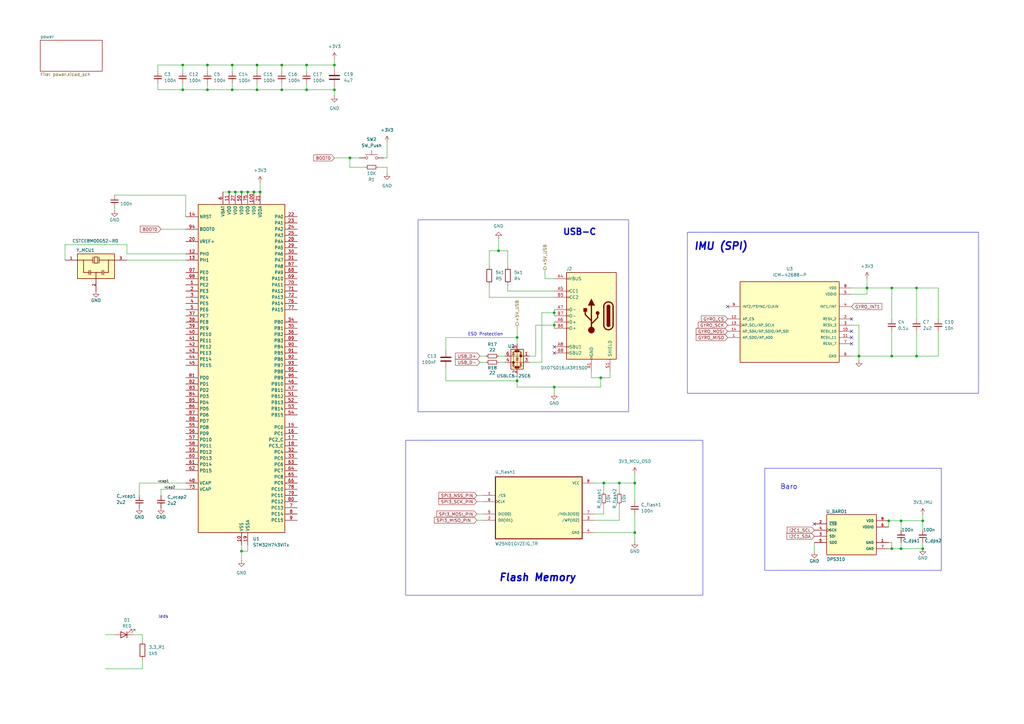
<source format=kicad_sch>
(kicad_sch (version 20250114) (generator "eeschema") (generator_version "9.0")
  (paper "A3")
  (lib_symbols
    (symbol "+3V3_2" (power) (pin_names (offset 0))
      (property "Value" "+3V3" (at 0 3.556 0))
      (symbol "+3V3_2_1_1"
        (pin power_in line (at 0 0 90) (length 0) (hide yes) (name "+3V3") (number "1"))
      )
    )
    (symbol "Connector:USB_C_Receptacle_USB2.0_16P" (pin_names (offset 1.016))
      (property "Reference" "J" (at 0 22.225 0))
      (property "Value" "USB_C_Receptacle_USB2.0_16P" (at 0 19.685 0))
      (symbol "USB_C_Receptacle_USB2.0_16P_1_1"
        (pin passive line (at -7.62 -22.86 90) (length 5.08) (name "SHIELD") (number "S1"))
        (pin passive line (at 0 -22.86 90) (length 5.08) (name "GND") (number "A1"))
        (pin passive line (at 0 -22.86 90) (length 5.08) (hide yes) (name "GND") (number "A12"))
        (pin passive line (at 0 -22.86 90) (length 5.08) (hide yes) (name "GND") (number "B1"))
        (pin passive line (at 0 -22.86 90) (length 5.08) (hide yes) (name "GND") (number "B12"))
        (pin passive line (at 15.24 15.24 180) (length 5.08) (name "VBUS") (number "A4"))
        (pin passive line (at 15.24 15.24 180) (length 5.08) (hide yes) (name "VBUS") (number "A9"))
        (pin passive line (at 15.24 15.24 180) (length 5.08) (hide yes) (name "VBUS") (number "B4"))
        (pin passive line (at 15.24 15.24 180) (length 5.08) (hide yes) (name "VBUS") (number "B9"))
        (pin bidirectional line (at 15.24 10.16 180) (length 5.08) (name "CC1") (number "A5"))
        (pin bidirectional line (at 15.24 7.62 180) (length 5.08) (name "CC2") (number "B5"))
        (pin bidirectional line (at 15.24 2.54 180) (length 5.08) (name "D-") (number "A7"))
        (pin bidirectional line (at 15.24 0 180) (length 5.08) (name "D-") (number "B7"))
        (pin bidirectional line (at 15.24 -2.54 180) (length 5.08) (name "D+") (number "A6"))
        (pin bidirectional line (at 15.24 -5.08 180) (length 5.08) (name "D+") (number "B6"))
        (pin bidirectional line (at 15.24 -12.7 180) (length 5.08) (name "SBU1") (number "A8"))
        (pin bidirectional line (at 15.24 -15.24 180) (length 5.08) (name "SBU2") (number "B8"))
      )
    )
    (symbol "Device:C" (pin_numbers (hide yes)) (pin_names (offset 0.254))
      (property "Reference" "C" (at 0.635 2.54 0))
      (property "Value" "C" (at 0.635 -2.54 0))
      (symbol "C_1_1"
        (pin passive line (at 0 3.81 270) (length 2.794) (name "~") (number "1"))
        (pin passive line (at 0 -3.81 90) (length 2.794) (name "~") (number "2"))
      )
    )
    (symbol "Device:C_Small" (pin_numbers (hide yes)) (pin_names (offset 0.254) (hide yes))
      (property "Reference" "C" (at 0.254 1.778 0))
      (property "Value" "C_Small" (at 0.254 -2.032 0))
      (symbol "C_Small_1_1"
        (pin passive line (at 0 2.54 270) (length 2.032) (name "~") (number "1"))
        (pin passive line (at 0 -2.54 90) (length 2.032) (name "~") (number "2"))
      )
    )
    (symbol "Device:LED" (pin_numbers (hide yes)) (pin_names (offset 1.016) (hide yes))
      (property "Reference" "D" (at 0 2.54 0))
      (property "Value" "LED" (at 0 -2.54 0))
      (symbol "LED_1_1"
        (pin passive line (at -3.81 0 0) (length 2.54) (name "K") (number "1"))
        (pin passive line (at 3.81 0 180) (length 2.54) (name "A") (number "2"))
      )
    )
    (symbol "Device:R" (pin_numbers (hide yes)) (pin_names (offset 0))
      (property "Reference" "R" (at 2.032 0 90))
      (property "Value" "R" (at 0 0 90))
      (symbol "R_1_1"
        (pin passive line (at 0 3.81 270) (length 1.27) (name "~") (number "1"))
        (pin passive line (at 0 -3.81 90) (length 1.27) (name "~") (number "2"))
      )
    )
    (symbol "Device:R_Small" (pin_numbers (hide yes)) (pin_names (offset 0.254) (hide yes))
      (property "Reference" "R" (at 0.762 0.508 0))
      (property "Value" "R_Small" (at 0.762 -1.016 0))
      (symbol "R_Small_1_1"
        (pin passive line (at 0 2.54 270) (length 0.762) (name "~") (number "1"))
        (pin passive line (at 0 -2.54 90) (length 0.762) (name "~") (number "2"))
      )
    )
    (symbol "ICM-42688-P:ICM-42688-P" (pin_names (offset 1.016))
      (property "Reference" "U" (at -20.32 16.002 0))
      (property "Value" "ICM-42688-P" (at -20.32 -20.32 0))
      (symbol "ICM-42688-P_0_0"
        (pin bidirectional line (at -25.4 5.08 0) (length 5.08) (name "INT2/FSYNC/CLKIN") (number "9"))
        (pin input line (at -25.4 0 0) (length 5.08) (name "AP_CS") (number "12"))
        (pin input clock (at -25.4 -2.54 0) (length 5.08) (name "AP_SCL/AP_SCLK") (number "13"))
        (pin bidirectional line (at -25.4 -5.08 0) (length 5.08) (name "AP_SDA/AP_SDIO/AP_SDI") (number "14"))
        (pin bidirectional line (at -25.4 -7.62 0) (length 5.08) (name "AP_SDO/AP_AD0") (number "1"))
        (pin power_in line (at 25.4 12.7 180) (length 5.08) (name "VDD") (number "8"))
        (pin power_in line (at 25.4 10.16 180) (length 5.08) (name "VDDIO") (number "5"))
        (pin output line (at 25.4 5.08 180) (length 5.08) (name "INT1/INT") (number "4"))
        (pin passive line (at 25.4 0 180) (length 5.08) (name "RESV_2") (number "2"))
        (pin passive line (at 25.4 -2.54 180) (length 5.08) (name "RESV_3") (number "3"))
        (pin passive line (at 25.4 -5.08 180) (length 5.08) (name "RESV_10") (number "10"))
        (pin passive line (at 25.4 -7.62 180) (length 5.08) (name "RESV_11") (number "11"))
        (pin passive line (at 25.4 -10.16 180) (length 5.08) (name "RESV_7") (number "7"))
        (pin power_in line (at 25.4 -15.24 180) (length 5.08) (name "GND") (number "6"))
      )
    )
    (symbol "MCU_ST_STM32H7:STM32H743VITx"
      (property "Reference" "U" (at -17.78 69.85 0))
      (property "Value" "STM32H743VITx" (at 10.16 69.85 0))
      (symbol "STM32H743VITx_1_1"
        (pin input line (at -22.86 63.5 0) (length 5.08) (name "NRST") (number "14"))
        (pin input line (at -22.86 58.42 0) (length 5.08) (name "BOOT0") (number "94"))
        (pin input line (at -22.86 53.34 0) (length 5.08) (name "VREF+") (number "20"))
        (pin bidirectional line (at -22.86 48.26 0) (length 5.08) (name "PH0") (number "12"))
        (pin bidirectional line (at -22.86 45.72 0) (length 5.08) (name "PH1") (number "13"))
        (pin bidirectional line (at -22.86 40.64 0) (length 5.08) (name "PE0") (number "97"))
        (pin bidirectional line (at -22.86 38.1 0) (length 5.08) (name "PE1") (number "98"))
        (pin bidirectional line (at -22.86 35.56 0) (length 5.08) (name "PE2") (number "1"))
        (pin bidirectional line (at -22.86 33.02 0) (length 5.08) (name "PE3") (number "2"))
        (pin bidirectional line (at -22.86 30.48 0) (length 5.08) (name "PE4") (number "3"))
        (pin bidirectional line (at -22.86 27.94 0) (length 5.08) (name "PE5") (number "4"))
        (pin bidirectional line (at -22.86 25.4 0) (length 5.08) (name "PE6") (number "5"))
        (pin bidirectional line (at -22.86 22.86 0) (length 5.08) (name "PE7") (number "37"))
        (pin bidirectional line (at -22.86 20.32 0) (length 5.08) (name "PE8") (number "38"))
        (pin bidirectional line (at -22.86 17.78 0) (length 5.08) (name "PE9") (number "39"))
        (pin bidirectional line (at -22.86 15.24 0) (length 5.08) (name "PE10") (number "40"))
        (pin bidirectional line (at -22.86 12.7 0) (length 5.08) (name "PE11") (number "41"))
        (pin bidirectional line (at -22.86 10.16 0) (length 5.08) (name "PE12") (number "42"))
        (pin bidirectional line (at -22.86 7.62 0) (length 5.08) (name "PE13") (number "43"))
        (pin bidirectional line (at -22.86 5.08 0) (length 5.08) (name "PE14") (number "44"))
        (pin bidirectional line (at -22.86 2.54 0) (length 5.08) (name "PE15") (number "45"))
        (pin bidirectional line (at -22.86 -2.54 0) (length 5.08) (name "PD0") (number "81"))
        (pin bidirectional line (at -22.86 -5.08 0) (length 5.08) (name "PD1") (number "82"))
        (pin bidirectional line (at -22.86 -7.62 0) (length 5.08) (name "PD2") (number "83"))
        (pin bidirectional line (at -22.86 -10.16 0) (length 5.08) (name "PD3") (number "84"))
        (pin bidirectional line (at -22.86 -12.7 0) (length 5.08) (name "PD4") (number "85"))
        (pin bidirectional line (at -22.86 -15.24 0) (length 5.08) (name "PD5") (number "86"))
        (pin bidirectional line (at -22.86 -17.78 0) (length 5.08) (name "PD6") (number "87"))
        (pin bidirectional line (at -22.86 -20.32 0) (length 5.08) (name "PD7") (number "88"))
        (pin bidirectional line (at -22.86 -22.86 0) (length 5.08) (name "PD8") (number "55"))
        (pin bidirectional line (at -22.86 -25.4 0) (length 5.08) (name "PD9") (number "56"))
        (pin bidirectional line (at -22.86 -27.94 0) (length 5.08) (name "PD10") (number "57"))
        (pin bidirectional line (at -22.86 -30.48 0) (length 5.08) (name "PD11") (number "58"))
        (pin bidirectional line (at -22.86 -33.02 0) (length 5.08) (name "PD12") (number "59"))
        (pin bidirectional line (at -22.86 -35.56 0) (length 5.08) (name "PD13") (number "60"))
        (pin bidirectional line (at -22.86 -38.1 0) (length 5.08) (name "PD14") (number "61"))
        (pin bidirectional line (at -22.86 -40.64 0) (length 5.08) (name "PD15") (number "62"))
        (pin power_out line (at -22.86 -45.72 0) (length 5.08) (name "VCAP") (number "48"))
        (pin power_out line (at -22.86 -48.26 0) (length 5.08) (name "VCAP") (number "73"))
        (pin power_in line (at -7.62 73.66 270) (length 5.08) (name "VBAT") (number "6"))
        (pin power_in line (at -5.08 73.66 270) (length 5.08) (name "VDD") (number "11"))
        (pin power_in line (at -2.54 73.66 270) (length 5.08) (name "VDD") (number "27"))
        (pin power_in line (at 0 73.66 270) (length 5.08) (name "VDD") (number "50"))
        (pin power_in line (at 0 -71.12 90) (length 5.08) (name "VSS") (number "10"))
        (pin passive line (at 0 -71.12 90) (length 5.08) (hide yes) (name "VSS") (number "26"))
        (pin passive line (at 0 -71.12 90) (length 5.08) (hide yes) (name "VSS") (number "49"))
        (pin passive line (at 0 -71.12 90) (length 5.08) (hide yes) (name "VSS") (number "74"))
        (pin passive line (at 0 -71.12 90) (length 5.08) (hide yes) (name "VSS") (number "99"))
        (pin power_in line (at 2.54 73.66 270) (length 5.08) (name "VDD") (number "75"))
        (pin power_in line (at 2.54 -71.12 90) (length 5.08) (name "VSSA") (number "19"))
        (pin power_in line (at 5.08 73.66 270) (length 5.08) (name "VDD") (number "100"))
        (pin power_in line (at 7.62 73.66 270) (length 5.08) (name "VDDA") (number "21"))
        (pin bidirectional line (at 22.86 63.5 180) (length 5.08) (name "PA0") (number "22"))
        (pin bidirectional line (at 22.86 60.96 180) (length 5.08) (name "PA1") (number "23"))
        (pin bidirectional line (at 22.86 58.42 180) (length 5.08) (name "PA2") (number "24"))
        (pin bidirectional line (at 22.86 55.88 180) (length 5.08) (name "PA3") (number "25"))
        (pin bidirectional line (at 22.86 53.34 180) (length 5.08) (name "PA4") (number "28"))
        (pin bidirectional line (at 22.86 50.8 180) (length 5.08) (name "PA5") (number "29"))
        (pin bidirectional line (at 22.86 48.26 180) (length 5.08) (name "PA6") (number "30"))
        (pin bidirectional line (at 22.86 45.72 180) (length 5.08) (name "PA7") (number "31"))
        (pin bidirectional line (at 22.86 43.18 180) (length 5.08) (name "PA8") (number "67"))
        (pin bidirectional line (at 22.86 40.64 180) (length 5.08) (name "PA9") (number "68"))
        (pin bidirectional line (at 22.86 38.1 180) (length 5.08) (name "PA10") (number "69"))
        (pin bidirectional line (at 22.86 35.56 180) (length 5.08) (name "PA11") (number "70"))
        (pin bidirectional line (at 22.86 33.02 180) (length 5.08) (name "PA12") (number "71"))
        (pin bidirectional line (at 22.86 30.48 180) (length 5.08) (name "PA13") (number "72"))
        (pin bidirectional line (at 22.86 27.94 180) (length 5.08) (name "PA14") (number "76"))
        (pin bidirectional line (at 22.86 25.4 180) (length 5.08) (name "PA15") (number "77"))
        (pin bidirectional line (at 22.86 20.32 180) (length 5.08) (name "PB0") (number "34"))
        (pin bidirectional line (at 22.86 17.78 180) (length 5.08) (name "PB1") (number "35"))
        (pin bidirectional line (at 22.86 15.24 180) (length 5.08) (name "PB2") (number "36"))
        (pin bidirectional line (at 22.86 12.7 180) (length 5.08) (name "PB3") (number "89"))
        (pin bidirectional line (at 22.86 10.16 180) (length 5.08) (name "PB4") (number "90"))
        (pin bidirectional line (at 22.86 7.62 180) (length 5.08) (name "PB5") (number "91"))
        (pin bidirectional line (at 22.86 5.08 180) (length 5.08) (name "PB6") (number "92"))
        (pin bidirectional line (at 22.86 2.54 180) (length 5.08) (name "PB7") (number "93"))
        (pin bidirectional line (at 22.86 0 180) (length 5.08) (name "PB8") (number "95"))
        (pin bidirectional line (at 22.86 -2.54 180) (length 5.08) (name "PB9") (number "96"))
        (pin bidirectional line (at 22.86 -5.08 180) (length 5.08) (name "PB10") (number "46"))
        (pin bidirectional line (at 22.86 -7.62 180) (length 5.08) (name "PB11") (number "47"))
        (pin bidirectional line (at 22.86 -10.16 180) (length 5.08) (name "PB12") (number "51"))
        (pin bidirectional line (at 22.86 -12.7 180) (length 5.08) (name "PB13") (number "52"))
        (pin bidirectional line (at 22.86 -15.24 180) (length 5.08) (name "PB14") (number "53"))
        (pin bidirectional line (at 22.86 -17.78 180) (length 5.08) (name "PB15") (number "54"))
        (pin bidirectional line (at 22.86 -22.86 180) (length 5.08) (name "PC0") (number "15"))
        (pin bidirectional line (at 22.86 -25.4 180) (length 5.08) (name "PC1") (number "16"))
        (pin bidirectional line (at 22.86 -27.94 180) (length 5.08) (name "PC2_C") (number "17"))
        (pin bidirectional line (at 22.86 -30.48 180) (length 5.08) (name "PC3_C") (number "18"))
        (pin bidirectional line (at 22.86 -33.02 180) (length 5.08) (name "PC4") (number "32"))
        (pin bidirectional line (at 22.86 -35.56 180) (length 5.08) (name "PC5") (number "33"))
        (pin bidirectional line (at 22.86 -38.1 180) (length 5.08) (name "PC6") (number "63"))
        (pin bidirectional line (at 22.86 -40.64 180) (length 5.08) (name "PC7") (number "64"))
        (pin bidirectional line (at 22.86 -43.18 180) (length 5.08) (name "PC8") (number "65"))
        (pin bidirectional line (at 22.86 -45.72 180) (length 5.08) (name "PC9") (number "66"))
        (pin bidirectional line (at 22.86 -48.26 180) (length 5.08) (name "PC10") (number "78"))
        (pin bidirectional line (at 22.86 -50.8 180) (length 5.08) (name "PC11") (number "79"))
        (pin bidirectional line (at 22.86 -53.34 180) (length 5.08) (name "PC12") (number "80"))
        (pin bidirectional line (at 22.86 -55.88 180) (length 5.08) (name "PC13") (number "7"))
        (pin bidirectional line (at 22.86 -58.42 180) (length 5.08) (name "PC14") (number "8"))
        (pin bidirectional line (at 22.86 -60.96 180) (length 5.08) (name "PC15") (number "9"))
      )
    )
    (symbol "Power_Protection:USBLC6-2SC6" (pin_names (hide yes))
      (property "Reference" "U" (at 0.635 5.715 0))
      (property "Value" "USBLC6-2SC6" (at 0.635 3.81 0))
      (symbol "USBLC6-2SC6_1_1"
        (pin passive line (at -5.08 0 0) (length 2.54) (name "I/O1") (number "1"))
        (pin passive line (at -5.08 -2.54 0) (length 2.54) (name "I/O2") (number "3"))
        (pin passive line (at 0 5.08 270) (length 2.54) (name "VBUS") (number "5"))
        (pin passive line (at 0 -7.62 90) (length 2.54) (name "GND") (number "2"))
        (pin passive line (at 5.08 0 180) (length 2.54) (name "I/O1") (number "6"))
        (pin passive line (at 5.08 -2.54 180) (length 2.54) (name "I/O2") (number "4"))
      )
    )
    (symbol "Switch:SW_Push" (pin_numbers (hide yes)) (pin_names (offset 1.016) (hide yes))
      (property "Reference" "SW" (at 1.27 2.54 0))
      (property "Value" "SW_Push" (at 0 -1.524 0))
      (symbol "SW_Push_0_1"
        (pin passive line (at -5.08 0 0) (length 2.54) (name "1") (number "1"))
        (pin passive line (at 5.08 0 180) (length 2.54) (name "2") (number "2"))
      )
    )
    (symbol "custom_Library:3V3_MCU" (power) (pin_numbers (hide yes)) (pin_names (offset 0) (hide yes))
      (property "Value" "3V3_MCU" (at 0 3.556 0))
      (symbol "3V3_MCU_1_1"
        (pin power_in line (at 0 0 90) (length 0) (name "~") (number "1"))
      )
    )
    (symbol "custom_Library:3V3_SENS" (power) (pin_numbers (hide yes)) (pin_names (offset 0) (hide yes))
      (property "Value" "3V3_SENS" (at 0 3.556 0))
      (symbol "3V3_SENS_1_1"
        (pin power_in line (at 0 0 90) (length 0) (name "~") (number "1"))
      )
    )
    (symbol "custom_Library:CSTCE8M00G52-R0" (pin_names (offset 1.016) (hide yes))
      (property "Reference" "Y" (at -7.62 6.35 0))
      (property "Value" "CSTCE8M00G52-R0" (at 1.27 -6.35 0))
      (symbol "CSTCE8M00G52-R0_0_0"
        (pin bidirectional line (at -12.7 2.54 0) (length 5.08) (name "~") (number "1"))
        (pin power_in line (at 0 -10.16 90) (length 5.08) (name "~") (number "2"))
        (pin bidirectional line (at 12.7 2.54 180) (length 5.08) (name "~") (number "3"))
      )
    )
    (symbol "custom_Library:DPS310" (pin_names (offset 1.016))
      (property "Reference" "U" (at -10.16 13.97 0))
      (property "Value" "DPS310" (at -6.35 13.97 0))
      (symbol "DPS310_0_0"
        (pin input line (at -15.24 8.89 0) (length 5.08) (name "~{CSB}") (number "2"))
        (pin input clock (at -15.24 6.35 0) (length 5.08) (name "SCK") (number "4"))
        (pin bidirectional line (at -15.24 3.81 0) (length 5.08) (name "SDI") (number "3"))
        (pin passive line (at -15.24 1.27 0) (length 5.08) (name "SDO") (number "5"))
        (pin power_in line (at 15.24 10.16 180) (length 5.08) (name "VDD") (number "8"))
        (pin power_in line (at 15.24 7.62 180) (length 5.08) (name "VDDIO") (number "6"))
        (pin power_in line (at 15.24 1.27 180) (length 5.08) (name "GND") (number "1"))
        (pin power_in line (at 15.24 -1.27 180) (length 5.08) (name "GND") (number "7"))
      )
    )
    (symbol "custom_Library:W25N01GVZEIG_TR" (pin_names (offset 1.016))
      (property "Reference" "U" (at -17.78 13.7 0))
      (property "Value" "W25N01GVZEIG_TR" (at -17.78 -16.7 0))
      (symbol "W25N01GVZEIG_TR_0_0"
        (pin input line (at -22.86 5.08 0) (length 5.08) (name "/CS") (number "1"))
        (pin input clock (at -22.86 2.54 0) (length 5.08) (name "CLK") (number "6"))
        (pin bidirectional line (at -22.86 -2.54 0) (length 5.08) (name "DI(IO0)") (number "5"))
        (pin bidirectional line (at -22.86 -5.08 0) (length 5.08) (name "DO(IO1)") (number "2"))
        (pin power_in line (at 22.86 10.16 180) (length 5.08) (name "VCC") (number "8"))
        (pin bidirectional line (at 22.86 -2.54 180) (length 5.08) (name "/HOLD(IO3)") (number "7"))
        (pin bidirectional line (at 22.86 -5.08 180) (length 5.08) (name "/WP(IO2)") (number "3"))
        (pin power_in line (at 22.86 -10.16 180) (length 5.08) (name "GND") (number "4"))
      )
    )
    (symbol "power:+3.3V" (power) (pin_names (offset 0))
      (property "Value" "+3.3V" (at 0 3.556 0))
      (symbol "+3.3V_1_1"
        (pin power_in line (at 0 0 90) (length 0) (hide yes) (name "+3V3") (number "1"))
      )
    )
    (symbol "power:+3V3" (power) (pin_numbers (hide yes)) (pin_names (offset 0) (hide yes))
      (property "Value" "+3V3" (at 0 3.556 0))
      (symbol "+3V3_1_1"
        (pin power_in line (at 0 0 90) (length 0) (name "~") (number "1"))
      )
    )
    (symbol "power:GND" (power) (pin_numbers (hide yes)) (pin_names (offset 0) (hide yes))
      (property "Value" "GND" (at 0 -3.81 0))
      (symbol "GND_1_1"
        (pin power_in line (at 0 0 270) (length 0) (name "~") (number "1"))
      )
    )
  )
  (rectangle (start 313.69 192.024) (end 386.08 233.934))
  (rectangle (start 281.94 95.25) (end 401.32 161.29))
  (rectangle (start 166.37 180.594) (end 288.29 244.094))
  (rectangle (start 171.45 90.17) (end 257.81 168.91))
  (text "Baro" (at 320.04 200.914 0) (effects (font (size 2 2) (thickness 0.2) (bold yes)) (justify left bottom)))
  (text "leds\n" (at 67.056 252.984 0) (effects (font (size 1.27 1.27))))
  (text "ESD Protection" (at 199.136 137.16 0) (effects (font (size 1.27 1.27))))
  (text "Flash Memory\n" (at 204.47 238.76 0) (effects (font (size 3 3) (bold yes) (italic yes)) (justify left bottom)))
  (text "USB-C" (at 237.744 95.25 0) (effects (font (size 2.54 2.54) (thickness 0.508) (bold yes))))
  (text "IMU (SPI)" (at 284.48 102.87 0) (effects (font (size 3 3) (bold yes) (italic yes)) (justify left bottom)))
  (junction (at 247.65 198.12))
  (junction (at 99.06 78.74))
  (junction (at 369.57 225.044))
  (junction (at 101.6 78.74))
  (junction (at 227.33 158.75))
  (junction (at 137.16 36.83))
  (junction (at 105.41 26.67))
  (junction (at 99.06 226.06))
  (junction (at 115.57 26.67))
  (junction (at 85.09 26.67))
  (junction (at 369.57 213.614))
  (junction (at 106.68 78.74))
  (junction (at 74.93 26.67))
  (junction (at 125.73 26.67))
  (junction (at 378.46 225.044))
  (junction (at 365.76 118.11))
  (junction (at 260.35 198.12))
  (junction (at 254 198.12))
  (junction (at 365.76 225.044))
  (junction (at 352.298 146.05))
  (junction (at 378.46 213.614))
  (junction (at 104.14 78.74))
  (junction (at 375.92 118.11))
  (junction (at 93.98 78.74))
  (junction (at 74.93 36.83))
  (junction (at 204.47 102.87))
  (junction (at 105.41 36.83))
  (junction (at 227.33 133.35))
  (junction (at 364.49 213.614))
  (junction (at 96.52 78.74))
  (junction (at 95.25 36.83))
  (junction (at 212.09 138.43))
  (junction (at 85.09 36.83))
  (junction (at 125.73 36.83))
  (junction (at 95.25 26.67))
  (junction (at 143.51 64.77))
  (junction (at 260.35 218.44))
  (junction (at 355.6 118.11))
  (junction (at 115.57 36.83))
  (junction (at 246.38 154.94))
  (junction (at 137.16 26.67))
  (junction (at 212.09 156.21))
  (junction (at 365.76 146.05))
  (junction (at 375.92 146.05))
  (junction (at 227.33 128.27))
  (no_connect (at 349.25 135.89))
  (no_connect (at 334.01 214.884))
  (no_connect (at 227.33 142.24))
  (no_connect (at 298.45 125.73))
  (no_connect (at 349.25 140.97))
  (no_connect (at 349.25 138.43))
  (no_connect (at 349.25 130.81))
  (no_connect (at 227.33 144.78))
  (wire (pts (xy 375.92 118.11) (xy 375.92 130.81)))
  (wire (pts (xy 66.04 93.98) (xy 76.2 93.98)))
  (wire (pts (xy 99.06 78.74) (xy 101.6 78.74)))
  (wire (pts (xy 196.85 148.59) (xy 199.39 148.59)))
  (wire (pts (xy 99.06 223.52) (xy 99.06 226.06)))
  (wire (pts (xy 76.2 80.01) (xy 76.2 88.9)))
  (wire (pts (xy 195.58 205.74) (xy 198.12 205.74)))
  (wire (pts (xy 254 213.36) (xy 243.84 213.36)))
  (wire (pts (xy 115.57 34.29) (xy 115.57 36.83)))
  (wire (pts (xy 369.57 213.614) (xy 378.46 213.614)))
  (wire (pts (xy 52.07 100.33) (xy 26.67 100.33)))
  (wire (pts (xy 212.09 156.21) (xy 212.09 158.75)))
  (wire (pts (xy 95.25 26.67) (xy 85.09 26.67)))
  (wire (pts (xy 365.76 146.05) (xy 375.92 146.05)))
  (wire (pts (xy 365.76 118.11) (xy 375.92 118.11)))
  (wire (pts (xy 349.25 133.35) (xy 352.298 133.35)))
  (wire (pts (xy 384.81 130.81) (xy 384.81 118.11)))
  (wire (pts (xy 182.88 156.21) (xy 212.09 156.21)))
  (wire (pts (xy 365.76 135.89) (xy 365.76 146.05)))
  (wire (pts (xy 76.2 104.14) (xy 52.07 104.14)))
  (wire (pts (xy 260.35 198.12) (xy 260.35 205.74)))
  (wire (pts (xy 369.57 222.504) (xy 369.57 225.044)))
  (wire (pts (xy 260.35 194.31) (xy 260.35 198.12)))
  (wire (pts (xy 125.73 36.83) (xy 137.16 36.83)))
  (wire (pts (xy 93.98 78.74) (xy 96.52 78.74)))
  (wire (pts (xy 105.41 36.83) (xy 95.25 36.83)))
  (wire (pts (xy 99.06 226.06) (xy 99.06 229.87)))
  (wire (pts (xy 158.75 58.42) (xy 158.75 64.77)))
  (wire (pts (xy 46.99 80.01) (xy 76.2 80.01)))
  (wire (pts (xy 378.46 213.614) (xy 378.46 217.424)))
  (wire (pts (xy 369.57 225.044) (xy 378.46 225.044)))
  (wire (pts (xy 101.6 223.52) (xy 101.6 226.06)))
  (wire (pts (xy 247.65 210.82) (xy 243.84 210.82)))
  (wire (pts (xy 125.73 26.67) (xy 125.73 29.21)))
  (wire (pts (xy 204.47 97.79) (xy 204.47 102.87)))
  (wire (pts (xy 66.04 200.66) (xy 66.04 203.2)))
  (wire (pts (xy 204.47 148.59) (xy 207.01 148.59)))
  (wire (pts (xy 74.93 26.67) (xy 74.93 29.21)))
  (wire (pts (xy 227.33 158.75) (xy 227.33 161.29)))
  (wire (pts (xy 364.49 225.044) (xy 365.76 225.044)))
  (wire (pts (xy 52.07 104.14) (xy 52.07 100.33)))
  (wire (pts (xy 195.58 210.82) (xy 198.12 210.82)))
  (wire (pts (xy 246.38 158.75) (xy 227.33 158.75)))
  (wire (pts (xy 85.09 34.29) (xy 85.09 36.83)))
  (wire (pts (xy 352.298 146.05) (xy 365.76 146.05)))
  (wire (pts (xy 143.51 68.58) (xy 143.51 64.77)))
  (wire (pts (xy 223.52 110.49) (xy 223.52 114.3)))
  (wire (pts (xy 334.01 222.504) (xy 334.01 226.314)))
  (wire (pts (xy 227.33 158.75) (xy 212.09 158.75)))
  (wire (pts (xy 254 207.01) (xy 254 213.36)))
  (wire (pts (xy 355.6 118.11) (xy 355.6 114.3)))
  (wire (pts (xy 104.14 78.74) (xy 106.68 78.74)))
  (wire (pts (xy 208.28 116.84) (xy 208.28 119.38)))
  (wire (pts (xy 364.49 213.614) (xy 369.57 213.614)))
  (wire (pts (xy 349.25 118.11) (xy 355.6 118.11)))
  (wire (pts (xy 227.33 133.35) (xy 227.33 134.62)))
  (wire (pts (xy 375.92 135.89) (xy 375.92 146.05)))
  (wire (pts (xy 247.65 207.01) (xy 247.65 210.82)))
  (wire (pts (xy 105.41 34.29) (xy 105.41 36.83)))
  (wire (pts (xy 137.16 27.94) (xy 137.16 26.67)))
  (wire (pts (xy 227.33 114.3) (xy 223.52 114.3)))
  (wire (pts (xy 115.57 26.67) (xy 125.73 26.67)))
  (wire (pts (xy 137.16 36.83) (xy 137.16 39.37)))
  (wire (pts (xy 254 198.12) (xy 254 201.93)))
  (wire (pts (xy 157.48 64.77) (xy 158.75 64.77)))
  (wire (pts (xy 219.71 133.35) (xy 227.33 133.35)))
  (wire (pts (xy 355.6 120.65) (xy 355.6 118.11)))
  (wire (pts (xy 58.42 274.32) (xy 43.18 274.32)))
  (wire (pts (xy 115.57 26.67) (xy 115.57 29.21)))
  (wire (pts (xy 250.19 152.4) (xy 250.19 154.94)))
  (wire (pts (xy 158.75 68.58) (xy 158.75 71.12)))
  (wire (pts (xy 200.66 121.92) (xy 200.66 116.84)))
  (wire (pts (xy 26.67 100.33) (xy 26.67 106.68)))
  (wire (pts (xy 200.66 102.87) (xy 204.47 102.87)))
  (wire (pts (xy 149.86 68.58) (xy 143.51 68.58)))
  (wire (pts (xy 137.16 64.77) (xy 143.51 64.77)))
  (wire (pts (xy 219.71 146.05) (xy 217.17 146.05)))
  (wire (pts (xy 349.25 120.65) (xy 355.6 120.65)))
  (wire (pts (xy 349.25 146.05) (xy 352.298 146.05)))
  (wire (pts (xy 57.15 198.12) (xy 57.15 203.2)))
  (wire (pts (xy 74.93 26.67) (xy 85.09 26.67)))
  (wire (pts (xy 195.58 203.2) (xy 198.12 203.2)))
  (wire (pts (xy 243.84 218.44) (xy 260.35 218.44)))
  (wire (pts (xy 96.52 78.74) (xy 99.06 78.74)))
  (wire (pts (xy 137.16 26.67) (xy 125.73 26.67)))
  (wire (pts (xy 227.33 127) (xy 227.33 128.27)))
  (wire (pts (xy 227.33 121.92) (xy 200.66 121.92)))
  (wire (pts (xy 378.46 222.504) (xy 378.46 225.044)))
  (wire (pts (xy 182.88 138.43) (xy 212.09 138.43)))
  (wire (pts (xy 195.58 213.36) (xy 198.12 213.36)))
  (wire (pts (xy 227.33 119.38) (xy 208.28 119.38)))
  (wire (pts (xy 212.09 138.43) (xy 212.09 140.97)))
  (wire (pts (xy 85.09 26.67) (xy 85.09 29.21)))
  (wire (pts (xy 212.09 153.67) (xy 212.09 156.21)))
  (wire (pts (xy 57.15 198.12) (xy 76.2 198.12)))
  (wire (pts (xy 105.41 26.67) (xy 115.57 26.67)))
  (wire (pts (xy 208.28 109.22) (xy 208.28 102.87)))
  (wire (pts (xy 154.94 68.58) (xy 158.75 68.58)))
  (wire (pts (xy 222.25 128.27) (xy 227.33 128.27)))
  (wire (pts (xy 219.71 146.05) (xy 219.71 133.35)))
  (wire (pts (xy 58.42 270.51) (xy 58.42 274.32)))
  (wire (pts (xy 137.16 24.13) (xy 137.16 26.67)))
  (wire (pts (xy 137.16 35.56) (xy 137.16 36.83)))
  (wire (pts (xy 95.25 26.67) (xy 95.25 29.21)))
  (wire (pts (xy 115.57 36.83) (xy 105.41 36.83)))
  (wire (pts (xy 352.298 133.35) (xy 352.298 146.05)))
  (wire (pts (xy 95.25 34.29) (xy 95.25 36.83)))
  (wire (pts (xy 85.09 36.83) (xy 95.25 36.83)))
  (wire (pts (xy 365.76 225.044) (xy 369.57 225.044)))
  (wire (pts (xy 182.88 138.43) (xy 182.88 143.51)))
  (wire (pts (xy 208.28 102.87) (xy 204.47 102.87)))
  (wire (pts (xy 74.93 34.29) (xy 74.93 36.83)))
  (wire (pts (xy 365.76 118.11) (xy 365.76 130.81)))
  (wire (pts (xy 143.51 64.77) (xy 147.32 64.77)))
  (wire (pts (xy 64.77 36.83) (xy 74.93 36.83)))
  (wire (pts (xy 200.66 109.22) (xy 200.66 102.87)))
  (wire (pts (xy 101.6 78.74) (xy 104.14 78.74)))
  (wire (pts (xy 246.38 154.94) (xy 246.38 158.75)))
  (wire (pts (xy 106.68 74.93) (xy 106.68 78.74)))
  (wire (pts (xy 260.35 222.25) (xy 260.35 218.44)))
  (wire (pts (xy 64.77 26.67) (xy 74.93 26.67)))
  (wire (pts (xy 222.25 148.59) (xy 222.25 128.27)))
  (wire (pts (xy 355.6 118.11) (xy 365.76 118.11)))
  (wire (pts (xy 54.61 260.35) (xy 58.42 260.35)))
  (wire (pts (xy 217.17 148.59) (xy 222.25 148.59)))
  (wire (pts (xy 384.81 146.05) (xy 375.92 146.05)))
  (wire (pts (xy 260.35 210.82) (xy 260.35 218.44)))
  (wire (pts (xy 125.73 34.29) (xy 125.73 36.83)))
  (wire (pts (xy 384.81 118.11) (xy 375.92 118.11)))
  (wire (pts (xy 125.73 36.83) (xy 115.57 36.83)))
  (wire (pts (xy 64.77 26.67) (xy 64.77 29.21)))
  (wire (pts (xy 227.33 132.08) (xy 227.33 133.35)))
  (wire (pts (xy 227.33 128.27) (xy 227.33 129.54)))
  (wire (pts (xy 64.77 34.29) (xy 64.77 36.83)))
  (wire (pts (xy 250.19 154.94) (xy 246.38 154.94)))
  (wire (pts (xy 212.09 133.35) (xy 212.09 138.43)))
  (wire (pts (xy 46.99 86.36) (xy 46.99 85.09)))
  (wire (pts (xy 43.18 260.35) (xy 46.99 260.35)))
  (wire (pts (xy 352.298 146.05) (xy 352.298 147.828)))
  (wire (pts (xy 182.88 151.13) (xy 182.88 156.21)))
  (wire (pts (xy 105.41 26.67) (xy 105.41 29.21)))
  (wire (pts (xy 101.6 226.06) (xy 99.06 226.06)))
  (wire (pts (xy 66.04 200.66) (xy 76.2 200.66)))
  (wire (pts (xy 364.49 222.504) (xy 365.76 222.504)))
  (wire (pts (xy 242.57 154.94) (xy 242.57 152.4)))
  (wire (pts (xy 365.76 222.504) (xy 365.76 225.044)))
  (wire (pts (xy 74.93 36.83) (xy 85.09 36.83)))
  (wire (pts (xy 247.65 198.12) (xy 247.65 201.93)))
  (wire (pts (xy 105.41 26.67) (xy 95.25 26.67)))
  (wire (pts (xy 196.85 146.05) (xy 199.39 146.05)))
  (wire (pts (xy 254 198.12) (xy 260.35 198.12)))
  (wire (pts (xy 58.42 260.35) (xy 58.42 262.89)))
  (wire (pts (xy 246.38 154.94) (xy 242.57 154.94)))
  (wire (pts (xy 247.65 198.12) (xy 254 198.12)))
  (wire (pts (xy 369.57 213.614) (xy 369.57 217.424)))
  (wire (pts (xy 378.46 213.614) (xy 378.46 211.074)))
  (wire (pts (xy 364.49 213.614) (xy 364.49 216.154)))
  (wire (pts (xy 91.44 78.74) (xy 93.98 78.74)))
  (wire (pts (xy 243.84 198.12) (xy 247.65 198.12)))
  (wire (pts (xy 204.47 146.05) (xy 207.01 146.05)))
  (wire (pts (xy 384.81 135.89) (xy 384.81 146.05)))
  (wire (pts (xy 52.07 106.68) (xy 76.2 106.68)))
  (label "vcap1" (at 64.77 198.12 0) (effects (font (size 1 1))))
  (label "vcap2" (at 67.31 200.66 0) (effects (font (size 1 1))))
  (global_label "SPI3_MISO_PIN " (shape input) (at 195.58 213.36 180) (property "Intersheetrefs" "${INTERSHEET_REFS}" (effects (hide yes))))
  (global_label "USB_D-" (shape input) (at 196.85 148.59 180) (property "Intersheetrefs" "${INTERSHEET_REFS}" (effects (hide yes))))
  (global_label "GYRO_INT1" (shape input) (at 349.25 125.73 0) (property "Intersheetrefs" "${INTERSHEET_REFS}" (effects (hide yes))))
  (global_label "GYRO_CS" (shape input) (at 298.45 130.81 180) (property "Intersheetrefs" "${INTERSHEET_REFS}" (effects (hide yes))))
  (global_label "GYRO_SCK" (shape input) (at 298.45 133.35 180) (property "Intersheetrefs" "${INTERSHEET_REFS}" (effects (hide yes))))
  (global_label "BOOT0" (shape input) (at 137.16 64.77 180) (property "Intersheetrefs" "${INTERSHEET_REFS}" (effects (hide yes))))
  (global_label "BOOT0" (shape input) (at 66.04 93.98 180) (property "Intersheetrefs" "${INTERSHEET_REFS}" (effects (hide yes))))
  (global_label "SPI3_SCK_PIN" (shape input) (at 195.58 205.74 180) (property "Intersheetrefs" "${INTERSHEET_REFS}" (effects (hide yes))))
  (global_label "USB_D+" (shape input) (at 196.85 146.05 180) (property "Intersheetrefs" "${INTERSHEET_REFS}" (effects (hide yes))))
  (global_label "I2C1_SCL" (shape input) (at 334.01 217.424 180) (property "Intersheetrefs" "${INTERSHEET_REFS}" (effects (hide yes))))
  (global_label "SPI3_NSS_PIN" (shape input) (at 195.58 203.2 180) (property "Intersheetrefs" "${INTERSHEET_REFS}" (effects (hide yes))))
  (global_label "GYRO_MOSI" (shape input) (at 298.45 135.89 180) (property "Intersheetrefs" "${INTERSHEET_REFS}" (effects (hide yes))))
  (global_label "SPI3_MOSI_PIN" (shape input) (at 195.58 210.82 180) (property "Intersheetrefs" "${INTERSHEET_REFS}" (effects (hide yes))))
  (global_label "I2C1_SDA" (shape input) (at 334.01 219.964 180) (property "Intersheetrefs" "${INTERSHEET_REFS}" (effects (hide yes))))
  (global_label "GYRO_MISO" (shape input) (at 298.45 138.43 180) (property "Intersheetrefs" "${INTERSHEET_REFS}" (effects (hide yes))))
  (hierarchical_label "+5V_USB" (shape output) (at 223.52 110.49 90))
  (hierarchical_label "+5V_USB" (shape output) (at 212.09 133.35 90))
  (symbol (lib_id "power:GND") (at 227.33 161.29 0) (mirror y) (unit 1)
    (property "Reference" "#PWR02" (effects (hide yes)))
    (property "Value" "GND" (at 227.33 165.354 0))
    (property "Description" "Power symbol creates a global label with name \"GND\" , ground" (effects (hide yes)))
  )
  (symbol (lib_id "custom_Library:3V3_MCU") (at 260.35 194.31 0) (unit 1)
    (property "Reference" "#PWR050" (effects (hide yes)))
    (property "Value" "3V3_MCU_OSD" (at 260.35 189.23 0))
    (property "Description" "Power symbol creates a global label with name \"3V3_MCU\"" (effects (hide yes)))
  )
  (symbol (lib_name "+3V3_2") (lib_id "power:+3V3") (at 158.75 58.42 0) (unit 1)
    (property "Reference" "#PWR024" (effects (hide yes)))
    (property "Value" "+3V3" (at 158.75 53.34 0))
    (property "Description" "Power symbol creates a global label with name \"+3V3\"" (effects (hide yes)))
  )
  (symbol (lib_id "custom_Library:DPS310") (at 349.25 223.774 0) (unit 1)
    (property "Reference" "U_BARO1" (at 343.154 209.804 0))
    (property "Value" "DPS310" (at 342.9 229.362 0))
    (property "Footprint" "XDCR_DPS310" (effects (hide yes)))
    (property "Description" "Supply voltage range 1.7V to 3.6V | Operation range 300hPa 1200hPa | Sensors precision 0.005hPa | Relative accuracy 0.06hPa | Pressure temperature sensitivity of 0.5Pa/K | Temperature accuracy 0.5C" (effects (hide yes)))
    (property "AVAILABILITY" "Unavailable" (effects (hide yes)))
    (property "PRICE" "None" (effects (hide yes)))
    (property "MF" "Infineon" (effects (hide yes)))
    (property "MP" "DPS310XTSA1" (effects (hide yes)))
    (property "PACKAGE" "LGA-8 Infineon" (effects (hide yes)))
    (property "# Footprint checked" "-" (effects (hide yes)))
    (property "# Value checked" "-" (effects (hide yes)))
    (property "#LCSC Check" "-" (effects (hide yes)))
    (property "#LCSC Part" "-" (effects (hide yes)))
    (property "Price" "-" (effects (hide yes)))
  )
  (symbol (lib_id "power:GND") (at 204.47 97.79 0) (mirror x) (unit 1)
    (property "Reference" "#PWR01" (effects (hide yes)))
    (property "Value" "GND" (at 204.47 92.71 0))
    (property "Description" "Power symbol creates a global label with name \"GND\" , ground" (effects (hide yes)))
  )
  (symbol (lib_id "Device:C_Small") (at 369.57 219.964 0) (mirror x) (unit 1)
    (property "Reference" "C_dps1" (at 370.332 221.742 0) (effects (justify left)))
    (property "Value" "100n" (at 369.697 217.297 0) (effects (justify left)))
    (property "Footprint" "Capacitor_SMD:C_0402_1005Metric" (effects (hide yes)))
    (property "Description" "Unpolarized capacitor, small symbol" (effects (hide yes)))
    (property "Arrow Part Number" "xx" (effects (hide yes)))
    (property "MANUFACTURER" "0" (effects (hide yes)))
    (property "# Footprint checked" "-" (effects (hide yes)))
    (property "# Value checked" "-" (effects (hide yes)))
    (property "#LCSC Check" "-" (effects (hide yes)))
    (property "#LCSC Part" "C1525" (effects (hide yes)))
    (property "Price" "-" (effects (hide yes)))
  )
  (symbol (lib_id "power:GND") (at 352.298 147.828 0) (unit 1)
    (property "Reference" "#PWR04" (effects (hide yes)))
    (property "Value" "GND" (effects (hide yes)))
  )
  (symbol (lib_id "Device:R_Small") (at 254 204.47 0) (unit 1)
    (property "Reference" "R_flash2" (at 252.095 204.47 90))
    (property "Value" "10k" (at 255.905 204.47 90))
    (property "Footprint" "Resistor_SMD:R_0402_1005Metric" (effects (hide yes)))
    (property "Description" "Resistor, small symbol" (effects (hide yes)))
    (property "Arrow Part Number" "xx" (effects (hide yes)))
    (property "MANUFACTURER" "0" (effects (hide yes)))
    (property "# Footprint checked" "-" (effects (hide yes)))
    (property "# Value checked" "-" (effects (hide yes)))
    (property "#LCSC Check" "-" (effects (hide yes)))
    (property "#LCSC Part" "C25744" (effects (hide yes)))
    (property "Price" "-" (effects (hide yes)))
  )
  (symbol (lib_id "power:GND") (at 378.46 225.044 0) (unit 1)
    (property "Reference" "#PWR040" (effects (hide yes)))
    (property "Value" "GND" (at 378.46 228.854 0))
    (property "Description" "Power symbol creates a global label with name \"GND\" , ground" (effects (hide yes)))
  )
  (symbol (lib_id "power:GND") (at 158.75 71.12 0) (unit 1)
    (property "Reference" "#PWR025" (effects (hide yes)))
    (property "Value" "GND" (at 158.75 76.2 0))
    (property "Description" "Power symbol creates a global label with name \"GND\" , ground" (effects (hide yes)))
  )
  (symbol (lib_id "Device:C_Small") (at 57.15 205.74 0) (unit 1)
    (property "Reference" "C_vcap1" (at 47.752 203.454 0) (effects (justify left)))
    (property "Value" "2u2" (at 47.752 205.994 0) (effects (justify left)))
    (property "Footprint" "Capacitor_SMD:C_0603_1608Metric" (effects (hide yes)))
    (property "Description" "Unpolarized capacitor, small symbol" (effects (hide yes)))
    (property "Arrow Part Number" "xx" (effects (hide yes)))
    (property "MANUFACTURER" "0" (effects (hide yes)))
    (property "# Footprint checked" "-" (effects (hide yes)))
    (property "# Value checked" "-" (effects (hide yes)))
    (property "#LCSC Check" "-" (effects (hide yes)))
    (property "#LCSC Part" "C23630" (effects (hide yes)))
    (property "Price" "-" (effects (hide yes)))
  )
  (symbol (lib_id "Device:C_Small") (at 125.73 31.75 0) (unit 1)
    (property "Reference" "C17" (at 128.27 30.4863 0) (effects (justify left)))
    (property "Value" "100n" (at 128.27 33.0263 0) (effects (justify left)))
    (property "Footprint" "Capacitor_SMD:C_0402_1005Metric" (effects (hide yes)))
    (property "JLCPCB Part #" "C307331" (effects (hide yes)))
  )
  (symbol (lib_id "MCU_ST_STM32H7:STM32H743VITx") (at 99.06 152.4 0) (unit 1)
    (property "Reference" "U1" (at 103.7433 220.98 0) (effects (justify left)))
    (property "Value" "STM32H743VITx" (at 103.7433 223.52 0) (effects (justify left)))
    (property "Footprint" "Package_QFP:LQFP-100_14x14mm_P0.5mm" (effects (hide yes)))
    (property "Datasheet" "https://www.st.com/resource/en/datasheet/stm32h743vi.pdf" (effects (hide yes)))
    (property "Description" "STMicroelectronics Arm Cortex-M7 MCU, 2048KB flash, 1024KB RAM, 480 MHz, 1.71-3.6V, 82 GPIO, LQFP100" (effects (hide yes)))
  )
  (symbol (lib_id "Device:C_Small") (at 365.76 133.35 0) (unit 1)
    (property "Reference" "C4" (at 368.3 132.0862 0) (effects (justify left)))
    (property "Value" "0.1u" (at 368.3 134.6262 0) (effects (justify left)))
    (property "Footprint" "Capacitor_SMD:C_0402_1005Metric" (effects (hide yes)))
  )
  (symbol (lib_id "Device:R_Small") (at 152.4 68.58 90) (mirror x) (unit 1)
    (property "Reference" "R1" (at 152.4 73.66 90))
    (property "Value" "10K" (at 152.4 71.12 90))
    (property "Footprint" "Resistor_SMD:R_0402_1005Metric" (effects (hide yes)))
    (property "Description" "Resistor, small symbol" (effects (hide yes)))
    (property "JLCPCB Part #" "C25744" (effects (hide yes)))
  )
  (symbol (lib_id "power:+3V3") (at 106.68 74.93 0) (unit 1)
    (property "Reference" "#PWR028" (effects (hide yes)))
    (property "Value" "+3V3" (at 106.68 69.85 0))
    (property "Description" "Power symbol creates a global label with name \"+3V3\"" (effects (hide yes)))
  )
  (symbol (lib_id "Device:C_Small") (at 95.25 31.75 0) (unit 1)
    (property "Reference" "C14" (at 97.79 30.4863 0) (effects (justify left)))
    (property "Value" "100n" (at 97.79 33.0263 0) (effects (justify left)))
    (property "Footprint" "Capacitor_SMD:C_0402_1005Metric" (effects (hide yes)))
    (property "JLCPCB Part #" "C307331" (effects (hide yes)))
  )
  (symbol (lib_id "Device:R_Small") (at 247.65 204.47 0) (unit 1)
    (property "Reference" "R_flash1" (at 245.745 204.47 90))
    (property "Value" "10k" (at 249.555 204.47 90))
    (property "Footprint" "Resistor_SMD:R_0402_1005Metric" (effects (hide yes)))
    (property "Description" "Resistor, small symbol" (effects (hide yes)))
    (property "Arrow Part Number" "xx" (effects (hide yes)))
    (property "MANUFACTURER" "0" (effects (hide yes)))
    (property "# Footprint checked" "-" (effects (hide yes)))
    (property "# Value checked" "-" (effects (hide yes)))
    (property "#LCSC Check" "-" (effects (hide yes)))
    (property "#LCSC Part" "C25744" (effects (hide yes)))
    (property "Price" "-" (effects (hide yes)))
  )
  (symbol (lib_id "power:GND") (at 57.15 208.28 0) (unit 1)
    (property "Reference" "#PWR016" (effects (hide yes)))
    (property "Value" "GND" (at 57.15 212.09 0))
    (property "Description" "Power symbol creates a global label with name \"GND\" , ground" (effects (hide yes)))
  )
  (symbol (lib_id "Device:R") (at 58.42 266.7 0) (unit 1)
    (property "Reference" "3.3_R1" (at 60.96 265.4299 0) (effects (justify left)))
    (property "Value" "1k5" (at 60.96 267.9699 0) (effects (justify left)))
    (property "Footprint" "Resistor_SMD:R_0402_1005Metric" (effects (hide yes)))
    (property "Description" "Resistor" (effects (hide yes)))
  )
  (symbol (lib_id "power:GND") (at 260.35 222.25 0) (unit 1)
    (property "Reference" "#PWR049" (effects (hide yes)))
    (property "Value" "GND" (at 260.35 226.06 0))
    (property "Description" "Power symbol creates a global label with name \"GND\" , ground" (effects (hide yes)))
  )
  (symbol (lib_id "Device:C_Small") (at 378.46 219.964 0) (mirror x) (unit 1)
    (property "Reference" "C_dps2" (at 379.222 221.742 0) (effects (justify left)))
    (property "Value" "100n" (at 378.587 217.297 0) (effects (justify left)))
    (property "Footprint" "Capacitor_SMD:C_0402_1005Metric" (effects (hide yes)))
    (property "Description" "Unpolarized capacitor, small symbol" (effects (hide yes)))
    (property "Arrow Part Number" "xx" (effects (hide yes)))
    (property "MANUFACTURER" "0" (effects (hide yes)))
    (property "# Footprint checked" "-" (effects (hide yes)))
    (property "# Value checked" "-" (effects (hide yes)))
    (property "#LCSC Check" "-" (effects (hide yes)))
    (property "#LCSC Part" "C1525" (effects (hide yes)))
    (property "Price" "-" (effects (hide yes)))
  )
  (symbol (lib_id "Device:R_Small") (at 201.93 146.05 90) (mirror x) (unit 1)
    (property "Reference" "R17" (at 201.93 141.224 90))
    (property "Value" "22" (at 201.93 143.51 90))
    (property "Footprint" "Resistor_SMD:R_0402_1005Metric" (effects (hide yes)))
    (property "Description" "Resistor, small symbol" (effects (hide yes)))
    (property "Arrow Part Number" "xx" (effects (hide yes)))
    (property "MANUFACTURER" "0" (effects (hide yes)))
    (property "# Footprint checked" "-" (effects (hide yes)))
    (property "# Value checked" "-" (effects (hide yes)))
    (property "#LCSC Check" "-" (effects (hide yes)))
    (property "#LCSC Part" "C25092" (effects (hide yes)))
    (property "Price" "-" (effects (hide yes)))
  )
  (symbol (lib_id "Device:R") (at 208.28 113.03 0) (mirror x) (unit 1)
    (property "Reference" "R4" (at 210.82 114.3001 0) (effects (justify left)))
    (property "Value" "5k1" (at 210.82 111.7601 0) (effects (justify left)))
    (property "Footprint" "Connector_PinHeader_1.27mm:PinHeader_2x05_P1.27mm_Horizontal" (effects (hide yes)))
    (property "Description" "Resistor" (effects (hide yes)))
  )
  (symbol (lib_id "Device:C_Small") (at 66.04 205.74 0) (unit 1)
    (property "Reference" "C_vcap2" (at 68.58 203.835 0) (effects (justify left)))
    (property "Value" "2u2" (at 68.58 206.375 0) (effects (justify left)))
    (property "Footprint" "Capacitor_SMD:C_0603_1608Metric" (effects (hide yes)))
    (property "Description" "Unpolarized capacitor, small symbol" (effects (hide yes)))
    (property "Arrow Part Number" "xx" (effects (hide yes)))
    (property "MANUFACTURER" "0" (effects (hide yes)))
    (property "# Footprint checked" "-" (effects (hide yes)))
    (property "# Value checked" "-" (effects (hide yes)))
    (property "#LCSC Check" "-" (effects (hide yes)))
    (property "#LCSC Part" "C23630" (effects (hide yes)))
    (property "Price" "-" (effects (hide yes)))
  )
  (symbol (lib_id "Device:C_Small") (at 46.99 82.55 0) (unit 1)
    (property "Reference" "C_RESET1" (effects (hide yes)))
    (property "Value" "100n" (at 49.276 83.566 0) (effects (justify left)))
    (property "Footprint" "Capacitor_SMD:C_0402_1005Metric" (effects (hide yes)))
    (property "Description" "Unpolarized capacitor, small symbol" (effects (hide yes)))
    (property "Arrow Part Number" "xx" (effects (hide yes)))
    (property "MANUFACTURER" "0" (effects (hide yes)))
    (property "# Footprint checked" "-" (effects (hide yes)))
    (property "# Value checked" "-" (effects (hide yes)))
    (property "#LCSC Check" "-" (effects (hide yes)))
    (property "#LCSC Part" "C1525" (effects (hide yes)))
    (property "Price" "-" (effects (hide yes)))
  )
  (symbol (lib_id "Device:C_Small") (at 85.09 31.75 0) (unit 1)
    (property "Reference" "C5" (at 87.63 30.4863 0) (effects (justify left)))
    (property "Value" "100n" (at 87.63 33.0263 0) (effects (justify left)))
    (property "Footprint" "Capacitor_SMD:C_0402_1005Metric" (effects (hide yes)))
    (property "JLCPCB Part #" "C307331" (effects (hide yes)))
  )
  (symbol (lib_id "power:GND") (at 39.37 119.38 0) (unit 1)
    (property "Reference" "#PWR026" (effects (hide yes)))
    (property "Value" "GND" (at 39.37 123.19 0))
    (property "Description" "Power symbol creates a global label with name \"GND\" , ground" (effects (hide yes)))
  )
  (symbol (lib_id "Device:R_Small") (at 201.93 148.59 90) (mirror x) (unit 1)
    (property "Reference" "R18" (at 201.93 150.876 90))
    (property "Value" "22" (at 201.93 152.908 90))
    (property "Footprint" "Resistor_SMD:R_0402_1005Metric" (effects (hide yes)))
    (property "Description" "Resistor, small symbol" (effects (hide yes)))
    (property "Arrow Part Number" "xx" (effects (hide yes)))
    (property "MANUFACTURER" "0" (effects (hide yes)))
    (property "# Footprint checked" "-" (effects (hide yes)))
    (property "# Value checked" "-" (effects (hide yes)))
    (property "#LCSC Check" "-" (effects (hide yes)))
    (property "#LCSC Part" "C25092" (effects (hide yes)))
    (property "Price" "-" (effects (hide yes)))
  )
  (symbol (lib_id "Connector:USB_C_Receptacle_USB2.0_16P") (at 242.57 129.54 0) (mirror y) (unit 1)
    (property "Reference" "J2" (at 233.426 110.236 0))
    (property "Value" "DX07S016JA3R1500" (at 231.394 150.876 0))
    (property "Footprint" "Connector_USB:USB_C_Receptacle_JAE_DX07S016JA1R1500_Custom" (effects (hide yes)))
    (property "Datasheet" "https://www.usb.org/sites/default/files/documents/usb_type-c.zip" (effects (hide yes)))
    (property "Description" "USB 2.0-only 16P Type-C Receptacle connector" (effects (hide yes)))
  )
  (symbol (lib_id "Device:LED") (at 50.8 260.35 180) (unit 1)
    (property "Reference" "D1" (at 52.07 254.254 0))
    (property "Value" "RED" (at 52.07 256.794 0))
    (property "Footprint" "LED_SMD:LED_0603_1608Metric" (effects (hide yes)))
    (property "Description" "Light emitting diode" (effects (hide yes)))
  )
  (symbol (lib_id "power:GND") (at 66.04 208.28 0) (unit 1)
    (property "Reference" "#PWR017" (effects (hide yes)))
    (property "Value" "GND" (at 66.04 212.09 0))
    (property "Description" "Power symbol creates a global label with name \"GND\" , ground" (effects (hide yes)))
  )
  (symbol (lib_id "Device:C") (at 137.16 31.75 0) (unit 1)
    (property "Reference" "C19" (at 140.97 30.48 0) (effects (justify left)))
    (property "Value" "4u7" (at 140.97 33.02 0) (effects (justify left)))
    (property "Footprint" "Capacitor_SMD:C_0603_1608Metric" (effects (hide yes)))
    (property "JLCPCB Part #" "C19666" (effects (hide yes)))
  )
  (symbol (lib_id "custom_Library:W25N01GVZEIG_TR") (at 220.98 208.28 0) (unit 1)
    (property "Reference" "U_flash1" (at 207.264 193.548 0))
    (property "Value" "W25N01GVZEIG_TR" (at 211.836 223.012 0))
    (property "Footprint" "W25N01GVZEIG_TR:SON127P800X600X80-9N" (effects (hide yes)))
    (property "Description" "Ic Flash 1gbit 104mhz 8wson" (effects (hide yes)))
    (property "MF" "Winbond Electronics" (effects (hide yes)))
    (property "PACKAGE" "WSON-8 Winbond" (effects (hide yes)))
    (property "PRICE" "None" (effects (hide yes)))
    (property "Package" "WSON-8 Winbond" (effects (hide yes)))
    (property "Check_prices" "https://www.snapeda.com/parts/W25N01GVZEIG%20TR/Winbond+Electronics/view-part/?ref=eda" (effects (hide yes)))
    (property "STANDARD" "IPC7351B" (effects (hide yes)))
    (property "SnapEDA_Link" "https://www.snapeda.com/parts/W25N01GVZEIG%20TR/Winbond+Electronics/view-part/?ref=snap" (effects (hide yes)))
    (property "MP" "W25N01GVZEIG TR" (effects (hide yes)))
    (property "Purchase-URL" "https://www.snapeda.com/api/url_track_click_mouser/?unipart_id=1101444&manufacturer=Winbond Electronics&part_name=W25N01GVZEIG TR&search_term=w25n01gvzeig" (effects (hide yes)))
    (property "Description_1" "\nFLASH - NAND Memory IC 1Gb (128M x 8) SPI 104 MHz 8-WSON (8x6)\n" (effects (hide yes)))
    (property "Availability" "In Stock" (effects (hide yes)))
    (property "Price" "None" (effects (hide yes)))
    (property "MANUFACTURER" "Winbond Electronics" (effects (hide yes)))
    (property "# Footprint checked" "-" (effects (hide yes)))
    (property "# Value checked" "-" (effects (hide yes)))
    (property "#LCSC Check" "-" (effects (hide yes)))
    (property "#LCSC Part" "-" (effects (hide yes)))
  )
  (symbol (lib_id "custom_Library:3V3_SENS") (at 378.46 211.074 0) (unit 1)
    (property "Reference" "#PWR034" (effects (hide yes)))
    (property "Value" "3V3_IMU" (at 378.46 205.994 0))
    (property "Description" "Power symbol creates a global label with name \"3V3_SENS" (effects (hide yes)))
  )
  (symbol (lib_id "Device:C_Small") (at 115.57 31.75 0) (unit 1)
    (property "Reference" "C16" (at 118.11 30.4863 0) (effects (justify left)))
    (property "Value" "100n" (at 118.11 33.0263 0) (effects (justify left)))
    (property "Footprint" "Capacitor_SMD:C_0402_1005Metric" (effects (hide yes)))
    (property "JLCPCB Part #" "C307331" (effects (hide yes)))
  )
  (symbol (lib_id "power:GND") (at 334.01 226.314 0) (unit 1)
    (property "Reference" "#PWR033" (effects (hide yes)))
    (property "Value" "GND" (at 334.01 230.124 0))
    (property "Description" "Power symbol creates a global label with name \"GND\" , ground" (effects (hide yes)))
  )
  (symbol (lib_id "Device:C_Small") (at 64.77 31.75 0) (unit 1)
    (property "Reference" "C3" (at 67.31 30.4863 0) (effects (justify left)))
    (property "Value" "100n" (at 67.31 33.0263 0) (effects (justify left)))
    (property "Footprint" "Capacitor_SMD:C_0402_1005Metric" (effects (hide yes)))
    (property "JLCPCB Part #" "C307331" (effects (hide yes)))
  )
  (symbol (lib_id "ICM-42688-P:ICM-42688-P") (at 323.85 130.81 0) (unit 1)
    (property "Reference" "U3" (at 323.85 110.236 0))
    (property "Value" "ICM-42688-P" (at 323.85 112.776 0))
    (property "Footprint" "ICM-42688-P:ICP-42688-P" (effects (hide yes)))
    (property "PARTREV" "1.2" (effects (hide yes)))
    (property "STANDARD" "IPC-7351B" (effects (hide yes)))
    (property "MAXIMUM_PACKAGE_HEIGHT" "0.97mm" (effects (hide yes)))
    (property "MANUFACTURER" "TDK InvenSense" (effects (hide yes)))
  )
  (symbol (lib_id "Device:C_Small") (at 375.92 133.35 0) (unit 1)
    (property "Reference" "C7" (at 378.46 132.0862 0) (effects (justify left)))
    (property "Value" "2u2" (at 378.46 134.6262 0) (effects (justify left)))
    (property "Footprint" "Capacitor_SMD:C_0603_1608Metric" (effects (hide yes)))
  )
  (symbol (lib_id "Device:C_Small") (at 260.35 208.28 0) (unit 1)
    (property "Reference" "C_flash1" (at 262.89 207.01 0) (effects (justify left)))
    (property "Value" "100n" (at 262.89 209.55 0) (effects (justify left)))
    (property "Footprint" "Capacitor_SMD:C_0402_1005Metric" (effects (hide yes)))
    (property "Description" "Unpolarized capacitor, small symbol" (effects (hide yes)))
    (property "Arrow Part Number" "xx" (effects (hide yes)))
    (property "MANUFACTURER" "0" (effects (hide yes)))
    (property "# Footprint checked" "-" (effects (hide yes)))
    (property "# Value checked" "-" (effects (hide yes)))
    (property "#LCSC Check" "-" (effects (hide yes)))
    (property "#LCSC Part" "C1525" (effects (hide yes)))
    (property "Price" "-" (effects (hide yes)))
  )
  (symbol (lib_id "Device:C_Small") (at 105.41 31.75 0) (unit 1)
    (property "Reference" "C15" (at 107.95 30.4863 0) (effects (justify left)))
    (property "Value" "100n" (at 107.95 33.0263 0) (effects (justify left)))
    (property "Footprint" "Capacitor_SMD:C_0402_1005Metric" (effects (hide yes)))
    (property "JLCPCB Part #" "C307331" (effects (hide yes)))
  )
  (symbol (lib_id "custom_Library:CSTCE8M00G52-R0") (at 39.37 109.22 0) (unit 1)
    (property "Reference" "Y_MCU1" (at 35.052 102.616 0))
    (property "Value" "CSTCE8M00G52-R0" (at 39.116 98.806 0))
    (property "Footprint" "OSC_CSTCE8M00G52-R0" (effects (hide yes)))
    (property "MANUFACTURER" "Murata" (effects (hide yes)))
    (property "MAXIMUM_PACKAGE_HEIGHT" "0.80mm" (effects (hide yes)))
    (property "STANDARD" "Manufacturer Recommendations" (effects (hide yes)))
    (property "PARTREV" "May 7, 2019" (effects (hide yes)))
    (property "# Footprint checked" "-" (effects (hide yes)))
    (property "# Value checked" "-" (effects (hide yes)))
    (property "#LCSC Check" "-" (effects (hide yes)))
    (property "#LCSC Part" "-" (effects (hide yes)))
    (property "Price" "-" (effects (hide yes)))
  )
  (symbol (lib_id "power:GND") (at 137.16 39.37 0) (unit 1)
    (property "Reference" "#PWR021" (effects (hide yes)))
    (property "Value" "GND" (at 137.16 44.45 0))
  )
  (symbol (lib_id "power:GND") (at 99.06 229.87 0) (unit 1)
    (property "Reference" "#PWR027" (effects (hide yes)))
    (property "Value" "GND" (at 99.06 234.95 0))
    (property "Description" "Power symbol creates a global label with name \"GND\" , ground" (effects (hide yes)))
  )
  (symbol (lib_id "Device:C") (at 182.88 147.32 0) (mirror y) (unit 1)
    (property "Reference" "C13" (at 179.07 146.0499 0) (effects (justify left)))
    (property "Value" "100nF" (at 179.07 148.5899 0) (effects (justify left)))
    (property "Description" "Unpolarized capacitor" (effects (hide yes)))
  )
  (symbol (lib_id "Device:R") (at 200.66 113.03 0) (mirror x) (unit 1)
    (property "Reference" "R5" (at 203.2 114.3001 0) (effects (justify left)))
    (property "Value" "5k1" (at 203.2 111.7601 0) (effects (justify left)))
    (property "Footprint" "Connector_PinHeader_1.27mm:PinHeader_2x05_P1.27mm_Horizontal" (effects (hide yes)))
    (property "Description" "Resistor" (effects (hide yes)))
  )
  (symbol (lib_id "Device:C_Small") (at 74.93 31.75 0) (unit 1)
    (property "Reference" "C12" (at 77.47 30.4863 0) (effects (justify left)))
    (property "Value" "100n" (at 77.47 33.0263 0) (effects (justify left)))
    (property "Footprint" "Capacitor_SMD:C_0402_1005Metric" (effects (hide yes)))
    (property "JLCPCB Part #" "C307331" (effects (hide yes)))
  )
  (symbol (lib_id "power:GND") (at 46.99 86.36 0) (unit 1)
    (property "Reference" "#PWR023" (effects (hide yes)))
    (property "Value" "GND" (at 46.99 90.17 0))
    (property "Description" "Power symbol creates a global label with name \"GND\" , ground" (effects (hide yes)))
  )
  (symbol (lib_id "power:+3.3V") (at 355.6 114.3 0) (unit 1)
    (property "Reference" "#PWR06" (effects (hide yes)))
    (property "Value" "+3V3" (at 355.6 109.22 0))
  )
  (symbol (lib_id "Device:C_Small") (at 384.81 133.35 0) (unit 1)
    (property "Reference" "C10" (at 387.35 132.0862 0) (effects (justify left)))
    (property "Value" "10n" (at 387.35 134.6262 0) (effects (justify left)))
    (property "Footprint" "Capacitor_SMD:C_0201_0603Metric" (effects (hide yes)))
  )
  (symbol (lib_id "Power_Protection:USBLC6-2SC6") (at 212.09 146.05 0) (mirror y) (unit 1)
    (property "Reference" "U2" (at 211.074 141.986 0) (effects (justify left)))
    (property "Value" "USBLC6-2SC6" (at 217.678 154.178 0) (effects (justify left)))
    (property "Footprint" "Package_TO_SOT_SMD:SOT-23-6" (effects (hide yes)))
    (property "Datasheet" "https://www.st.com/resource/en/datasheet/usblc6-2.pdf" (effects (hide yes)))
    (property "Description" "Very low capacitance ESD protection diode, 2 data-line, SOT-23-6" (effects (hide yes)))
  )
  (symbol (lib_id "Switch:SW_Push") (at 152.4 64.77 0) (unit 1)
    (property "Reference" "SW2" (at 152.4 57.15 0))
    (property "Value" "SW_Push" (at 152.4 59.69 0))
    (property "Footprint" "Button_Switch_SMD:SW_SPST_PTS810" (effects (hide yes)))
    (property "Description" "Push button switch, generic, two pins" (effects (hide yes)))
    (property "JLCPCB Part #" "C127488" (effects (hide yes)))
  )
  (symbol (lib_id "power:+3V3") (at 137.16 24.13 0) (unit 1)
    (property "Reference" "#PWR019" (effects (hide yes)))
    (property "Value" "+3V3" (at 137.16 19.05 0))
    (property "Description" "Power symbol creates a global label with name \"+3V3\"" (effects (hide yes)))
  )
  (sheet (at 16.51 16.51) (size 25.4 12.7) (stroke (width 0.1524))
    (property "Sheetname" "power" (at 16.51 15.7984 0) (effects (justify left bottom)))
    (property "Sheetfile" "power.kicad_sch" (at 16.51 29.7946 0) (effects (justify left top)))
  )
)
</source>
